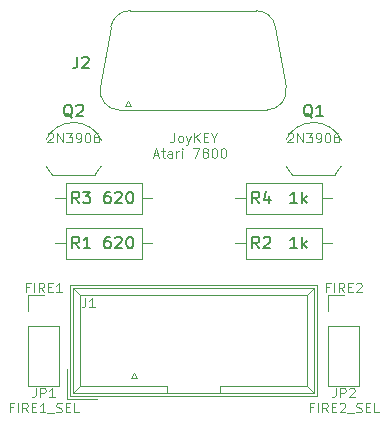
<source format=gto>
G04 #@! TF.GenerationSoftware,KiCad,Pcbnew,(5.1.5)-3*
G04 #@! TF.CreationDate,2020-12-13T23:28:04+01:00*
G04 #@! TF.ProjectId,A7800 Adapter,41373830-3020-4416-9461-707465722e6b,rev?*
G04 #@! TF.SameCoordinates,Original*
G04 #@! TF.FileFunction,Legend,Top*
G04 #@! TF.FilePolarity,Positive*
%FSLAX46Y46*%
G04 Gerber Fmt 4.6, Leading zero omitted, Abs format (unit mm)*
G04 Created by KiCad (PCBNEW (5.1.5)-3) date 2020-12-13 23:28:04*
%MOMM*%
%LPD*%
G04 APERTURE LIST*
%ADD10C,0.100000*%
%ADD11C,0.120000*%
%ADD12C,0.150000*%
G04 APERTURE END LIST*
D10*
X128320952Y-83762857D02*
X128054285Y-83762857D01*
X128054285Y-84181904D02*
X128054285Y-83381904D01*
X128435238Y-83381904D01*
X128740000Y-84181904D02*
X128740000Y-83381904D01*
X129578095Y-84181904D02*
X129311428Y-83800952D01*
X129120952Y-84181904D02*
X129120952Y-83381904D01*
X129425714Y-83381904D01*
X129501904Y-83420000D01*
X129540000Y-83458095D01*
X129578095Y-83534285D01*
X129578095Y-83648571D01*
X129540000Y-83724761D01*
X129501904Y-83762857D01*
X129425714Y-83800952D01*
X129120952Y-83800952D01*
X129920952Y-83762857D02*
X130187619Y-83762857D01*
X130301904Y-84181904D02*
X129920952Y-84181904D01*
X129920952Y-83381904D01*
X130301904Y-83381904D01*
X131063809Y-84181904D02*
X130606666Y-84181904D01*
X130835238Y-84181904D02*
X130835238Y-83381904D01*
X130759047Y-83496190D01*
X130682857Y-83572380D01*
X130606666Y-83610476D01*
X153720952Y-83762857D02*
X153454285Y-83762857D01*
X153454285Y-84181904D02*
X153454285Y-83381904D01*
X153835238Y-83381904D01*
X154140000Y-84181904D02*
X154140000Y-83381904D01*
X154978095Y-84181904D02*
X154711428Y-83800952D01*
X154520952Y-84181904D02*
X154520952Y-83381904D01*
X154825714Y-83381904D01*
X154901904Y-83420000D01*
X154940000Y-83458095D01*
X154978095Y-83534285D01*
X154978095Y-83648571D01*
X154940000Y-83724761D01*
X154901904Y-83762857D01*
X154825714Y-83800952D01*
X154520952Y-83800952D01*
X155320952Y-83762857D02*
X155587619Y-83762857D01*
X155701904Y-84181904D02*
X155320952Y-84181904D01*
X155320952Y-83381904D01*
X155701904Y-83381904D01*
X156006666Y-83458095D02*
X156044761Y-83420000D01*
X156120952Y-83381904D01*
X156311428Y-83381904D01*
X156387619Y-83420000D01*
X156425714Y-83458095D01*
X156463809Y-83534285D01*
X156463809Y-83610476D01*
X156425714Y-83724761D01*
X155968571Y-84181904D01*
X156463809Y-84181904D01*
X140582857Y-70666904D02*
X140582857Y-71238333D01*
X140544761Y-71352619D01*
X140468571Y-71428809D01*
X140354285Y-71466904D01*
X140278095Y-71466904D01*
X141078095Y-71466904D02*
X141001904Y-71428809D01*
X140963809Y-71390714D01*
X140925714Y-71314523D01*
X140925714Y-71085952D01*
X140963809Y-71009761D01*
X141001904Y-70971666D01*
X141078095Y-70933571D01*
X141192380Y-70933571D01*
X141268571Y-70971666D01*
X141306666Y-71009761D01*
X141344761Y-71085952D01*
X141344761Y-71314523D01*
X141306666Y-71390714D01*
X141268571Y-71428809D01*
X141192380Y-71466904D01*
X141078095Y-71466904D01*
X141611428Y-70933571D02*
X141801904Y-71466904D01*
X141992380Y-70933571D02*
X141801904Y-71466904D01*
X141725714Y-71657380D01*
X141687619Y-71695476D01*
X141611428Y-71733571D01*
X142297142Y-71466904D02*
X142297142Y-70666904D01*
X142754285Y-71466904D02*
X142411428Y-71009761D01*
X142754285Y-70666904D02*
X142297142Y-71124047D01*
X143097142Y-71047857D02*
X143363809Y-71047857D01*
X143478095Y-71466904D02*
X143097142Y-71466904D01*
X143097142Y-70666904D01*
X143478095Y-70666904D01*
X143973333Y-71085952D02*
X143973333Y-71466904D01*
X143706666Y-70666904D02*
X143973333Y-71085952D01*
X144240000Y-70666904D01*
X138887619Y-72538333D02*
X139268571Y-72538333D01*
X138811428Y-72766904D02*
X139078095Y-71966904D01*
X139344761Y-72766904D01*
X139497142Y-72233571D02*
X139801904Y-72233571D01*
X139611428Y-71966904D02*
X139611428Y-72652619D01*
X139649523Y-72728809D01*
X139725714Y-72766904D01*
X139801904Y-72766904D01*
X140411428Y-72766904D02*
X140411428Y-72347857D01*
X140373333Y-72271666D01*
X140297142Y-72233571D01*
X140144761Y-72233571D01*
X140068571Y-72271666D01*
X140411428Y-72728809D02*
X140335238Y-72766904D01*
X140144761Y-72766904D01*
X140068571Y-72728809D01*
X140030476Y-72652619D01*
X140030476Y-72576428D01*
X140068571Y-72500238D01*
X140144761Y-72462142D01*
X140335238Y-72462142D01*
X140411428Y-72424047D01*
X140792380Y-72766904D02*
X140792380Y-72233571D01*
X140792380Y-72385952D02*
X140830476Y-72309761D01*
X140868571Y-72271666D01*
X140944761Y-72233571D01*
X141020952Y-72233571D01*
X141287619Y-72766904D02*
X141287619Y-72233571D01*
X141287619Y-71966904D02*
X141249523Y-72005000D01*
X141287619Y-72043095D01*
X141325714Y-72005000D01*
X141287619Y-71966904D01*
X141287619Y-72043095D01*
X142201904Y-71966904D02*
X142735238Y-71966904D01*
X142392380Y-72766904D01*
X143154285Y-72309761D02*
X143078095Y-72271666D01*
X143040000Y-72233571D01*
X143001904Y-72157380D01*
X143001904Y-72119285D01*
X143040000Y-72043095D01*
X143078095Y-72005000D01*
X143154285Y-71966904D01*
X143306666Y-71966904D01*
X143382857Y-72005000D01*
X143420952Y-72043095D01*
X143459047Y-72119285D01*
X143459047Y-72157380D01*
X143420952Y-72233571D01*
X143382857Y-72271666D01*
X143306666Y-72309761D01*
X143154285Y-72309761D01*
X143078095Y-72347857D01*
X143040000Y-72385952D01*
X143001904Y-72462142D01*
X143001904Y-72614523D01*
X143040000Y-72690714D01*
X143078095Y-72728809D01*
X143154285Y-72766904D01*
X143306666Y-72766904D01*
X143382857Y-72728809D01*
X143420952Y-72690714D01*
X143459047Y-72614523D01*
X143459047Y-72462142D01*
X143420952Y-72385952D01*
X143382857Y-72347857D01*
X143306666Y-72309761D01*
X143954285Y-71966904D02*
X144030476Y-71966904D01*
X144106666Y-72005000D01*
X144144761Y-72043095D01*
X144182857Y-72119285D01*
X144220952Y-72271666D01*
X144220952Y-72462142D01*
X144182857Y-72614523D01*
X144144761Y-72690714D01*
X144106666Y-72728809D01*
X144030476Y-72766904D01*
X143954285Y-72766904D01*
X143878095Y-72728809D01*
X143840000Y-72690714D01*
X143801904Y-72614523D01*
X143763809Y-72462142D01*
X143763809Y-72271666D01*
X143801904Y-72119285D01*
X143840000Y-72043095D01*
X143878095Y-72005000D01*
X143954285Y-71966904D01*
X144716190Y-71966904D02*
X144792380Y-71966904D01*
X144868571Y-72005000D01*
X144906666Y-72043095D01*
X144944761Y-72119285D01*
X144982857Y-72271666D01*
X144982857Y-72462142D01*
X144944761Y-72614523D01*
X144906666Y-72690714D01*
X144868571Y-72728809D01*
X144792380Y-72766904D01*
X144716190Y-72766904D01*
X144640000Y-72728809D01*
X144601904Y-72690714D01*
X144563809Y-72614523D01*
X144525714Y-72462142D01*
X144525714Y-72271666D01*
X144563809Y-72119285D01*
X144601904Y-72043095D01*
X144640000Y-72005000D01*
X144716190Y-71966904D01*
D11*
X134404184Y-73512795D02*
G75*
G02X133880000Y-74240000I-2324184J1122795D01*
G01*
X134436400Y-71291193D02*
G75*
G03X132080000Y-69790000I-2356400J-1098807D01*
G01*
X129723600Y-71291193D02*
G75*
G02X132080000Y-69790000I2356400J-1098807D01*
G01*
X129755816Y-73512795D02*
G75*
G03X130280000Y-74240000I2324184J1122795D01*
G01*
X130280000Y-74240000D02*
X133880000Y-74240000D01*
X153610000Y-92135000D02*
X156270000Y-92135000D01*
X153610000Y-86995000D02*
X153610000Y-92135000D01*
X156270000Y-86995000D02*
X156270000Y-92135000D01*
X153610000Y-86995000D02*
X156270000Y-86995000D01*
X153610000Y-85725000D02*
X153610000Y-84395000D01*
X153610000Y-84395000D02*
X154940000Y-84395000D01*
X137473500Y-91420438D02*
X136973500Y-91420438D01*
X136973500Y-91420438D02*
X137223500Y-90987425D01*
X137223500Y-90987425D02*
X137473500Y-91420438D01*
X131560000Y-93190000D02*
X131560000Y-90650000D01*
X131560000Y-93190000D02*
X134100000Y-93190000D01*
X131810000Y-92940000D02*
X131810000Y-83590000D01*
X152670000Y-92940000D02*
X131810000Y-92940000D01*
X152670000Y-83590000D02*
X152670000Y-92940000D01*
X131810000Y-83590000D02*
X152670000Y-83590000D01*
D10*
X152420000Y-92690000D02*
X151860000Y-92140000D01*
X132060000Y-92690000D02*
X132600000Y-92140000D01*
X152420000Y-83840000D02*
X151860000Y-84390000D01*
X132060000Y-83840000D02*
X132600000Y-84390000D01*
X151860000Y-84390000D02*
X151860000Y-92140000D01*
X152420000Y-83840000D02*
X152420000Y-92690000D01*
X132600000Y-84390000D02*
X132600000Y-92140000D01*
X132060000Y-83840000D02*
X132060000Y-92690000D01*
X144490000Y-92140000D02*
X144490000Y-92690000D01*
X139990000Y-92140000D02*
X139990000Y-92690000D01*
X144490000Y-92140000D02*
X151860000Y-92140000D01*
X132600000Y-92140000D02*
X139990000Y-92140000D01*
X132060000Y-92690000D02*
X152420000Y-92690000D01*
X132600000Y-84390000D02*
X151860000Y-84390000D01*
X132060000Y-83840000D02*
X152420000Y-83840000D01*
D11*
X128210000Y-84395000D02*
X129540000Y-84395000D01*
X128210000Y-85725000D02*
X128210000Y-84395000D01*
X128210000Y-86995000D02*
X130870000Y-86995000D01*
X130870000Y-86995000D02*
X130870000Y-92135000D01*
X128210000Y-86995000D02*
X128210000Y-92135000D01*
X128210000Y-92135000D02*
X130870000Y-92135000D01*
X150065570Y-66792844D02*
G75*
G02X148430789Y-68741100I-1634781J-288256D01*
G01*
X134332630Y-66792844D02*
G75*
G03X135967411Y-68741100I1634781J-288256D01*
G01*
X149166302Y-61692844D02*
G75*
G03X147531521Y-60321100I-1634781J-288256D01*
G01*
X135231898Y-61692844D02*
G75*
G02X136866679Y-60321100I1634781J-288256D01*
G01*
X136965500Y-68433438D02*
X136465500Y-68433438D01*
X136465500Y-68433438D02*
X136715500Y-68000425D01*
X136715500Y-68000425D02*
X136965500Y-68433438D01*
X148430789Y-68741100D02*
X135967411Y-68741100D01*
X147531521Y-60321100D02*
X136866679Y-60321100D01*
X134332630Y-66792844D02*
X135231898Y-61692844D01*
X150065570Y-66792844D02*
X149166302Y-61692844D01*
X150600000Y-74240000D02*
X154200000Y-74240000D01*
X150075816Y-73512795D02*
G75*
G03X150600000Y-74240000I2324184J1122795D01*
G01*
X150043600Y-71291193D02*
G75*
G02X152400000Y-69790000I2356400J-1098807D01*
G01*
X154756400Y-71291193D02*
G75*
G03X152400000Y-69790000I-2356400J-1098807D01*
G01*
X154724184Y-73512795D02*
G75*
G02X154200000Y-74240000I-2324184J1122795D01*
G01*
X138720000Y-80010000D02*
X137830000Y-80010000D01*
X130520000Y-80010000D02*
X131410000Y-80010000D01*
X137830000Y-78700000D02*
X131410000Y-78700000D01*
X137830000Y-81320000D02*
X137830000Y-78700000D01*
X131410000Y-81320000D02*
X137830000Y-81320000D01*
X131410000Y-78700000D02*
X131410000Y-81320000D01*
X146650000Y-78700000D02*
X146650000Y-81320000D01*
X146650000Y-81320000D02*
X153070000Y-81320000D01*
X153070000Y-81320000D02*
X153070000Y-78700000D01*
X153070000Y-78700000D02*
X146650000Y-78700000D01*
X145760000Y-80010000D02*
X146650000Y-80010000D01*
X153960000Y-80010000D02*
X153070000Y-80010000D01*
X138720000Y-76200000D02*
X137830000Y-76200000D01*
X130520000Y-76200000D02*
X131410000Y-76200000D01*
X137830000Y-74890000D02*
X131410000Y-74890000D01*
X137830000Y-77510000D02*
X137830000Y-74890000D01*
X131410000Y-77510000D02*
X137830000Y-77510000D01*
X131410000Y-74890000D02*
X131410000Y-77510000D01*
X146650000Y-74890000D02*
X146650000Y-77510000D01*
X146650000Y-77510000D02*
X153070000Y-77510000D01*
X153070000Y-77510000D02*
X153070000Y-74890000D01*
X153070000Y-74890000D02*
X146650000Y-74890000D01*
X145760000Y-76200000D02*
X146650000Y-76200000D01*
X153960000Y-76200000D02*
X153070000Y-76200000D01*
D12*
X131984761Y-69377619D02*
X131889523Y-69330000D01*
X131794285Y-69234761D01*
X131651428Y-69091904D01*
X131556190Y-69044285D01*
X131460952Y-69044285D01*
X131508571Y-69282380D02*
X131413333Y-69234761D01*
X131318095Y-69139523D01*
X131270476Y-68949047D01*
X131270476Y-68615714D01*
X131318095Y-68425238D01*
X131413333Y-68330000D01*
X131508571Y-68282380D01*
X131699047Y-68282380D01*
X131794285Y-68330000D01*
X131889523Y-68425238D01*
X131937142Y-68615714D01*
X131937142Y-68949047D01*
X131889523Y-69139523D01*
X131794285Y-69234761D01*
X131699047Y-69282380D01*
X131508571Y-69282380D01*
X132318095Y-68377619D02*
X132365714Y-68330000D01*
X132460952Y-68282380D01*
X132699047Y-68282380D01*
X132794285Y-68330000D01*
X132841904Y-68377619D01*
X132889523Y-68472857D01*
X132889523Y-68568095D01*
X132841904Y-68710952D01*
X132270476Y-69282380D01*
X132889523Y-69282380D01*
D10*
X129908571Y-70758095D02*
X129946666Y-70720000D01*
X130022857Y-70681904D01*
X130213333Y-70681904D01*
X130289523Y-70720000D01*
X130327619Y-70758095D01*
X130365714Y-70834285D01*
X130365714Y-70910476D01*
X130327619Y-71024761D01*
X129870476Y-71481904D01*
X130365714Y-71481904D01*
X130708571Y-71481904D02*
X130708571Y-70681904D01*
X131165714Y-71481904D01*
X131165714Y-70681904D01*
X131470476Y-70681904D02*
X131965714Y-70681904D01*
X131699047Y-70986666D01*
X131813333Y-70986666D01*
X131889523Y-71024761D01*
X131927619Y-71062857D01*
X131965714Y-71139047D01*
X131965714Y-71329523D01*
X131927619Y-71405714D01*
X131889523Y-71443809D01*
X131813333Y-71481904D01*
X131584761Y-71481904D01*
X131508571Y-71443809D01*
X131470476Y-71405714D01*
X132346666Y-71481904D02*
X132499047Y-71481904D01*
X132575238Y-71443809D01*
X132613333Y-71405714D01*
X132689523Y-71291428D01*
X132727619Y-71139047D01*
X132727619Y-70834285D01*
X132689523Y-70758095D01*
X132651428Y-70720000D01*
X132575238Y-70681904D01*
X132422857Y-70681904D01*
X132346666Y-70720000D01*
X132308571Y-70758095D01*
X132270476Y-70834285D01*
X132270476Y-71024761D01*
X132308571Y-71100952D01*
X132346666Y-71139047D01*
X132422857Y-71177142D01*
X132575238Y-71177142D01*
X132651428Y-71139047D01*
X132689523Y-71100952D01*
X132727619Y-71024761D01*
X133222857Y-70681904D02*
X133299047Y-70681904D01*
X133375238Y-70720000D01*
X133413333Y-70758095D01*
X133451428Y-70834285D01*
X133489523Y-70986666D01*
X133489523Y-71177142D01*
X133451428Y-71329523D01*
X133413333Y-71405714D01*
X133375238Y-71443809D01*
X133299047Y-71481904D01*
X133222857Y-71481904D01*
X133146666Y-71443809D01*
X133108571Y-71405714D01*
X133070476Y-71329523D01*
X133032380Y-71177142D01*
X133032380Y-70986666D01*
X133070476Y-70834285D01*
X133108571Y-70758095D01*
X133146666Y-70720000D01*
X133222857Y-70681904D01*
X134175238Y-70681904D02*
X134022857Y-70681904D01*
X133946666Y-70720000D01*
X133908571Y-70758095D01*
X133832380Y-70872380D01*
X133794285Y-71024761D01*
X133794285Y-71329523D01*
X133832380Y-71405714D01*
X133870476Y-71443809D01*
X133946666Y-71481904D01*
X134099047Y-71481904D01*
X134175238Y-71443809D01*
X134213333Y-71405714D01*
X134251428Y-71329523D01*
X134251428Y-71139047D01*
X134213333Y-71062857D01*
X134175238Y-71024761D01*
X134099047Y-70986666D01*
X133946666Y-70986666D01*
X133870476Y-71024761D01*
X133832380Y-71062857D01*
X133794285Y-71139047D01*
X154273333Y-92271904D02*
X154273333Y-92843333D01*
X154235238Y-92957619D01*
X154159047Y-93033809D01*
X154044761Y-93071904D01*
X153968571Y-93071904D01*
X154654285Y-93071904D02*
X154654285Y-92271904D01*
X154959047Y-92271904D01*
X155035238Y-92310000D01*
X155073333Y-92348095D01*
X155111428Y-92424285D01*
X155111428Y-92538571D01*
X155073333Y-92614761D01*
X155035238Y-92652857D01*
X154959047Y-92690952D01*
X154654285Y-92690952D01*
X155416190Y-92348095D02*
X155454285Y-92310000D01*
X155530476Y-92271904D01*
X155720952Y-92271904D01*
X155797142Y-92310000D01*
X155835238Y-92348095D01*
X155873333Y-92424285D01*
X155873333Y-92500476D01*
X155835238Y-92614761D01*
X155378095Y-93071904D01*
X155873333Y-93071904D01*
X152349523Y-93922857D02*
X152082857Y-93922857D01*
X152082857Y-94341904D02*
X152082857Y-93541904D01*
X152463809Y-93541904D01*
X152768571Y-94341904D02*
X152768571Y-93541904D01*
X153606666Y-94341904D02*
X153340000Y-93960952D01*
X153149523Y-94341904D02*
X153149523Y-93541904D01*
X153454285Y-93541904D01*
X153530476Y-93580000D01*
X153568571Y-93618095D01*
X153606666Y-93694285D01*
X153606666Y-93808571D01*
X153568571Y-93884761D01*
X153530476Y-93922857D01*
X153454285Y-93960952D01*
X153149523Y-93960952D01*
X153949523Y-93922857D02*
X154216190Y-93922857D01*
X154330476Y-94341904D02*
X153949523Y-94341904D01*
X153949523Y-93541904D01*
X154330476Y-93541904D01*
X154635238Y-93618095D02*
X154673333Y-93580000D01*
X154749523Y-93541904D01*
X154940000Y-93541904D01*
X155016190Y-93580000D01*
X155054285Y-93618095D01*
X155092380Y-93694285D01*
X155092380Y-93770476D01*
X155054285Y-93884761D01*
X154597142Y-94341904D01*
X155092380Y-94341904D01*
X155244761Y-94418095D02*
X155854285Y-94418095D01*
X156006666Y-94303809D02*
X156120952Y-94341904D01*
X156311428Y-94341904D01*
X156387619Y-94303809D01*
X156425714Y-94265714D01*
X156463809Y-94189523D01*
X156463809Y-94113333D01*
X156425714Y-94037142D01*
X156387619Y-93999047D01*
X156311428Y-93960952D01*
X156159047Y-93922857D01*
X156082857Y-93884761D01*
X156044761Y-93846666D01*
X156006666Y-93770476D01*
X156006666Y-93694285D01*
X156044761Y-93618095D01*
X156082857Y-93580000D01*
X156159047Y-93541904D01*
X156349523Y-93541904D01*
X156463809Y-93580000D01*
X156806666Y-93922857D02*
X157073333Y-93922857D01*
X157187619Y-94341904D02*
X156806666Y-94341904D01*
X156806666Y-93541904D01*
X157187619Y-93541904D01*
X157911428Y-94341904D02*
X157530476Y-94341904D01*
X157530476Y-93541904D01*
X133083333Y-84651904D02*
X133083333Y-85223333D01*
X133045238Y-85337619D01*
X132969047Y-85413809D01*
X132854761Y-85451904D01*
X132778571Y-85451904D01*
X133883333Y-85451904D02*
X133426190Y-85451904D01*
X133654761Y-85451904D02*
X133654761Y-84651904D01*
X133578571Y-84766190D01*
X133502380Y-84842380D01*
X133426190Y-84880476D01*
X128873333Y-92271904D02*
X128873333Y-92843333D01*
X128835238Y-92957619D01*
X128759047Y-93033809D01*
X128644761Y-93071904D01*
X128568571Y-93071904D01*
X129254285Y-93071904D02*
X129254285Y-92271904D01*
X129559047Y-92271904D01*
X129635238Y-92310000D01*
X129673333Y-92348095D01*
X129711428Y-92424285D01*
X129711428Y-92538571D01*
X129673333Y-92614761D01*
X129635238Y-92652857D01*
X129559047Y-92690952D01*
X129254285Y-92690952D01*
X130473333Y-93071904D02*
X130016190Y-93071904D01*
X130244761Y-93071904D02*
X130244761Y-92271904D01*
X130168571Y-92386190D01*
X130092380Y-92462380D01*
X130016190Y-92500476D01*
X126949523Y-93922857D02*
X126682857Y-93922857D01*
X126682857Y-94341904D02*
X126682857Y-93541904D01*
X127063809Y-93541904D01*
X127368571Y-94341904D02*
X127368571Y-93541904D01*
X128206666Y-94341904D02*
X127940000Y-93960952D01*
X127749523Y-94341904D02*
X127749523Y-93541904D01*
X128054285Y-93541904D01*
X128130476Y-93580000D01*
X128168571Y-93618095D01*
X128206666Y-93694285D01*
X128206666Y-93808571D01*
X128168571Y-93884761D01*
X128130476Y-93922857D01*
X128054285Y-93960952D01*
X127749523Y-93960952D01*
X128549523Y-93922857D02*
X128816190Y-93922857D01*
X128930476Y-94341904D02*
X128549523Y-94341904D01*
X128549523Y-93541904D01*
X128930476Y-93541904D01*
X129692380Y-94341904D02*
X129235238Y-94341904D01*
X129463809Y-94341904D02*
X129463809Y-93541904D01*
X129387619Y-93656190D01*
X129311428Y-93732380D01*
X129235238Y-93770476D01*
X129844761Y-94418095D02*
X130454285Y-94418095D01*
X130606666Y-94303809D02*
X130720952Y-94341904D01*
X130911428Y-94341904D01*
X130987619Y-94303809D01*
X131025714Y-94265714D01*
X131063809Y-94189523D01*
X131063809Y-94113333D01*
X131025714Y-94037142D01*
X130987619Y-93999047D01*
X130911428Y-93960952D01*
X130759047Y-93922857D01*
X130682857Y-93884761D01*
X130644761Y-93846666D01*
X130606666Y-93770476D01*
X130606666Y-93694285D01*
X130644761Y-93618095D01*
X130682857Y-93580000D01*
X130759047Y-93541904D01*
X130949523Y-93541904D01*
X131063809Y-93580000D01*
X131406666Y-93922857D02*
X131673333Y-93922857D01*
X131787619Y-94341904D02*
X131406666Y-94341904D01*
X131406666Y-93541904D01*
X131787619Y-93541904D01*
X132511428Y-94341904D02*
X132130476Y-94341904D01*
X132130476Y-93541904D01*
D12*
X132381666Y-64222380D02*
X132381666Y-64936666D01*
X132334047Y-65079523D01*
X132238809Y-65174761D01*
X132095952Y-65222380D01*
X132000714Y-65222380D01*
X132810238Y-64317619D02*
X132857857Y-64270000D01*
X132953095Y-64222380D01*
X133191190Y-64222380D01*
X133286428Y-64270000D01*
X133334047Y-64317619D01*
X133381666Y-64412857D01*
X133381666Y-64508095D01*
X133334047Y-64650952D01*
X132762619Y-65222380D01*
X133381666Y-65222380D01*
X152304761Y-69377619D02*
X152209523Y-69330000D01*
X152114285Y-69234761D01*
X151971428Y-69091904D01*
X151876190Y-69044285D01*
X151780952Y-69044285D01*
X151828571Y-69282380D02*
X151733333Y-69234761D01*
X151638095Y-69139523D01*
X151590476Y-68949047D01*
X151590476Y-68615714D01*
X151638095Y-68425238D01*
X151733333Y-68330000D01*
X151828571Y-68282380D01*
X152019047Y-68282380D01*
X152114285Y-68330000D01*
X152209523Y-68425238D01*
X152257142Y-68615714D01*
X152257142Y-68949047D01*
X152209523Y-69139523D01*
X152114285Y-69234761D01*
X152019047Y-69282380D01*
X151828571Y-69282380D01*
X153209523Y-69282380D02*
X152638095Y-69282380D01*
X152923809Y-69282380D02*
X152923809Y-68282380D01*
X152828571Y-68425238D01*
X152733333Y-68520476D01*
X152638095Y-68568095D01*
D10*
X150228571Y-70758095D02*
X150266666Y-70720000D01*
X150342857Y-70681904D01*
X150533333Y-70681904D01*
X150609523Y-70720000D01*
X150647619Y-70758095D01*
X150685714Y-70834285D01*
X150685714Y-70910476D01*
X150647619Y-71024761D01*
X150190476Y-71481904D01*
X150685714Y-71481904D01*
X151028571Y-71481904D02*
X151028571Y-70681904D01*
X151485714Y-71481904D01*
X151485714Y-70681904D01*
X151790476Y-70681904D02*
X152285714Y-70681904D01*
X152019047Y-70986666D01*
X152133333Y-70986666D01*
X152209523Y-71024761D01*
X152247619Y-71062857D01*
X152285714Y-71139047D01*
X152285714Y-71329523D01*
X152247619Y-71405714D01*
X152209523Y-71443809D01*
X152133333Y-71481904D01*
X151904761Y-71481904D01*
X151828571Y-71443809D01*
X151790476Y-71405714D01*
X152666666Y-71481904D02*
X152819047Y-71481904D01*
X152895238Y-71443809D01*
X152933333Y-71405714D01*
X153009523Y-71291428D01*
X153047619Y-71139047D01*
X153047619Y-70834285D01*
X153009523Y-70758095D01*
X152971428Y-70720000D01*
X152895238Y-70681904D01*
X152742857Y-70681904D01*
X152666666Y-70720000D01*
X152628571Y-70758095D01*
X152590476Y-70834285D01*
X152590476Y-71024761D01*
X152628571Y-71100952D01*
X152666666Y-71139047D01*
X152742857Y-71177142D01*
X152895238Y-71177142D01*
X152971428Y-71139047D01*
X153009523Y-71100952D01*
X153047619Y-71024761D01*
X153542857Y-70681904D02*
X153619047Y-70681904D01*
X153695238Y-70720000D01*
X153733333Y-70758095D01*
X153771428Y-70834285D01*
X153809523Y-70986666D01*
X153809523Y-71177142D01*
X153771428Y-71329523D01*
X153733333Y-71405714D01*
X153695238Y-71443809D01*
X153619047Y-71481904D01*
X153542857Y-71481904D01*
X153466666Y-71443809D01*
X153428571Y-71405714D01*
X153390476Y-71329523D01*
X153352380Y-71177142D01*
X153352380Y-70986666D01*
X153390476Y-70834285D01*
X153428571Y-70758095D01*
X153466666Y-70720000D01*
X153542857Y-70681904D01*
X154495238Y-70681904D02*
X154342857Y-70681904D01*
X154266666Y-70720000D01*
X154228571Y-70758095D01*
X154152380Y-70872380D01*
X154114285Y-71024761D01*
X154114285Y-71329523D01*
X154152380Y-71405714D01*
X154190476Y-71443809D01*
X154266666Y-71481904D01*
X154419047Y-71481904D01*
X154495238Y-71443809D01*
X154533333Y-71405714D01*
X154571428Y-71329523D01*
X154571428Y-71139047D01*
X154533333Y-71062857D01*
X154495238Y-71024761D01*
X154419047Y-70986666D01*
X154266666Y-70986666D01*
X154190476Y-71024761D01*
X154152380Y-71062857D01*
X154114285Y-71139047D01*
D12*
X132548333Y-80462380D02*
X132215000Y-79986190D01*
X131976904Y-80462380D02*
X131976904Y-79462380D01*
X132357857Y-79462380D01*
X132453095Y-79510000D01*
X132500714Y-79557619D01*
X132548333Y-79652857D01*
X132548333Y-79795714D01*
X132500714Y-79890952D01*
X132453095Y-79938571D01*
X132357857Y-79986190D01*
X131976904Y-79986190D01*
X133500714Y-80462380D02*
X132929285Y-80462380D01*
X133215000Y-80462380D02*
X133215000Y-79462380D01*
X133119761Y-79605238D01*
X133024523Y-79700476D01*
X132929285Y-79748095D01*
X135128095Y-79462380D02*
X134937619Y-79462380D01*
X134842380Y-79510000D01*
X134794761Y-79557619D01*
X134699523Y-79700476D01*
X134651904Y-79890952D01*
X134651904Y-80271904D01*
X134699523Y-80367142D01*
X134747142Y-80414761D01*
X134842380Y-80462380D01*
X135032857Y-80462380D01*
X135128095Y-80414761D01*
X135175714Y-80367142D01*
X135223333Y-80271904D01*
X135223333Y-80033809D01*
X135175714Y-79938571D01*
X135128095Y-79890952D01*
X135032857Y-79843333D01*
X134842380Y-79843333D01*
X134747142Y-79890952D01*
X134699523Y-79938571D01*
X134651904Y-80033809D01*
X135604285Y-79557619D02*
X135651904Y-79510000D01*
X135747142Y-79462380D01*
X135985238Y-79462380D01*
X136080476Y-79510000D01*
X136128095Y-79557619D01*
X136175714Y-79652857D01*
X136175714Y-79748095D01*
X136128095Y-79890952D01*
X135556666Y-80462380D01*
X136175714Y-80462380D01*
X136794761Y-79462380D02*
X136890000Y-79462380D01*
X136985238Y-79510000D01*
X137032857Y-79557619D01*
X137080476Y-79652857D01*
X137128095Y-79843333D01*
X137128095Y-80081428D01*
X137080476Y-80271904D01*
X137032857Y-80367142D01*
X136985238Y-80414761D01*
X136890000Y-80462380D01*
X136794761Y-80462380D01*
X136699523Y-80414761D01*
X136651904Y-80367142D01*
X136604285Y-80271904D01*
X136556666Y-80081428D01*
X136556666Y-79843333D01*
X136604285Y-79652857D01*
X136651904Y-79557619D01*
X136699523Y-79510000D01*
X136794761Y-79462380D01*
X147788333Y-80462380D02*
X147455000Y-79986190D01*
X147216904Y-80462380D02*
X147216904Y-79462380D01*
X147597857Y-79462380D01*
X147693095Y-79510000D01*
X147740714Y-79557619D01*
X147788333Y-79652857D01*
X147788333Y-79795714D01*
X147740714Y-79890952D01*
X147693095Y-79938571D01*
X147597857Y-79986190D01*
X147216904Y-79986190D01*
X148169285Y-79557619D02*
X148216904Y-79510000D01*
X148312142Y-79462380D01*
X148550238Y-79462380D01*
X148645476Y-79510000D01*
X148693095Y-79557619D01*
X148740714Y-79652857D01*
X148740714Y-79748095D01*
X148693095Y-79890952D01*
X148121666Y-80462380D01*
X148740714Y-80462380D01*
X151010952Y-80462380D02*
X150439523Y-80462380D01*
X150725238Y-80462380D02*
X150725238Y-79462380D01*
X150630000Y-79605238D01*
X150534761Y-79700476D01*
X150439523Y-79748095D01*
X151439523Y-80462380D02*
X151439523Y-79462380D01*
X151534761Y-80081428D02*
X151820476Y-80462380D01*
X151820476Y-79795714D02*
X151439523Y-80176666D01*
X132548333Y-76652380D02*
X132215000Y-76176190D01*
X131976904Y-76652380D02*
X131976904Y-75652380D01*
X132357857Y-75652380D01*
X132453095Y-75700000D01*
X132500714Y-75747619D01*
X132548333Y-75842857D01*
X132548333Y-75985714D01*
X132500714Y-76080952D01*
X132453095Y-76128571D01*
X132357857Y-76176190D01*
X131976904Y-76176190D01*
X132881666Y-75652380D02*
X133500714Y-75652380D01*
X133167380Y-76033333D01*
X133310238Y-76033333D01*
X133405476Y-76080952D01*
X133453095Y-76128571D01*
X133500714Y-76223809D01*
X133500714Y-76461904D01*
X133453095Y-76557142D01*
X133405476Y-76604761D01*
X133310238Y-76652380D01*
X133024523Y-76652380D01*
X132929285Y-76604761D01*
X132881666Y-76557142D01*
X135128095Y-75652380D02*
X134937619Y-75652380D01*
X134842380Y-75700000D01*
X134794761Y-75747619D01*
X134699523Y-75890476D01*
X134651904Y-76080952D01*
X134651904Y-76461904D01*
X134699523Y-76557142D01*
X134747142Y-76604761D01*
X134842380Y-76652380D01*
X135032857Y-76652380D01*
X135128095Y-76604761D01*
X135175714Y-76557142D01*
X135223333Y-76461904D01*
X135223333Y-76223809D01*
X135175714Y-76128571D01*
X135128095Y-76080952D01*
X135032857Y-76033333D01*
X134842380Y-76033333D01*
X134747142Y-76080952D01*
X134699523Y-76128571D01*
X134651904Y-76223809D01*
X135604285Y-75747619D02*
X135651904Y-75700000D01*
X135747142Y-75652380D01*
X135985238Y-75652380D01*
X136080476Y-75700000D01*
X136128095Y-75747619D01*
X136175714Y-75842857D01*
X136175714Y-75938095D01*
X136128095Y-76080952D01*
X135556666Y-76652380D01*
X136175714Y-76652380D01*
X136794761Y-75652380D02*
X136890000Y-75652380D01*
X136985238Y-75700000D01*
X137032857Y-75747619D01*
X137080476Y-75842857D01*
X137128095Y-76033333D01*
X137128095Y-76271428D01*
X137080476Y-76461904D01*
X137032857Y-76557142D01*
X136985238Y-76604761D01*
X136890000Y-76652380D01*
X136794761Y-76652380D01*
X136699523Y-76604761D01*
X136651904Y-76557142D01*
X136604285Y-76461904D01*
X136556666Y-76271428D01*
X136556666Y-76033333D01*
X136604285Y-75842857D01*
X136651904Y-75747619D01*
X136699523Y-75700000D01*
X136794761Y-75652380D01*
X147788333Y-76652380D02*
X147455000Y-76176190D01*
X147216904Y-76652380D02*
X147216904Y-75652380D01*
X147597857Y-75652380D01*
X147693095Y-75700000D01*
X147740714Y-75747619D01*
X147788333Y-75842857D01*
X147788333Y-75985714D01*
X147740714Y-76080952D01*
X147693095Y-76128571D01*
X147597857Y-76176190D01*
X147216904Y-76176190D01*
X148645476Y-75985714D02*
X148645476Y-76652380D01*
X148407380Y-75604761D02*
X148169285Y-76319047D01*
X148788333Y-76319047D01*
X151010952Y-76652380D02*
X150439523Y-76652380D01*
X150725238Y-76652380D02*
X150725238Y-75652380D01*
X150630000Y-75795238D01*
X150534761Y-75890476D01*
X150439523Y-75938095D01*
X151439523Y-76652380D02*
X151439523Y-75652380D01*
X151534761Y-76271428D02*
X151820476Y-76652380D01*
X151820476Y-75985714D02*
X151439523Y-76366666D01*
M02*

</source>
